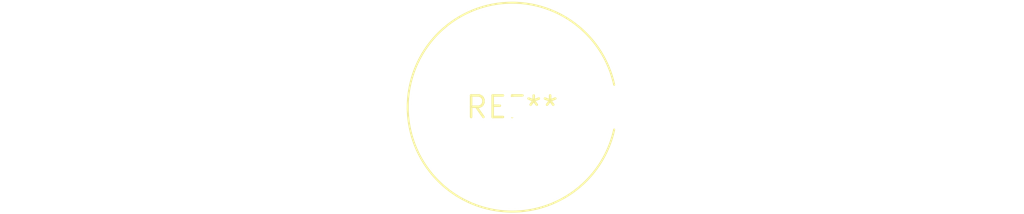
<source format=kicad_pcb>
(kicad_pcb (version 20240108) (generator pcbnew)
  (layers (0 "F.Cu" signal) (31 "B.Cu" signal) (34 "B.Paste" user) (35 "F.Paste" user) (36 "B.SilkS" user "B.Silkscreen") (37 "F.SilkS" user "F.Silkscreen") (38 "B.Mask" user) (39 "F.Mask" user) (44 "Edge.Cuts" user))
  (net 0 "")
  (footprint "L_Axial_L20.3mm_D12.1mm_P7.62mm_Vertical_Vishay_IHA-101" (layer "F.Cu") (at 0 0)
    (property "Reference" "REF**")
    (property "Value" "L_Axial_L20.3mm_D12.1mm_P7.62mm_Vertical_Vishay_IHA-101")
    (fp_arc (start 6.01179 1.32) (mid -6.155 0) (end 6.01179 -1.32) (layer "F.SilkS") (stroke (width 0.12)))
    (pad "1" thru_hole circle (at 0 0) (size 2.4 2.4) (drill 1.2) (layers *.Cu *.Mask) (remove_unused_layers))
    (pad "2" thru_hole oval (at 7.62 0) (size 2.4 2.4) (drill 1.2) (layers *.Cu *.Mask) (remove_unused_layers))
  )
)
</source>
